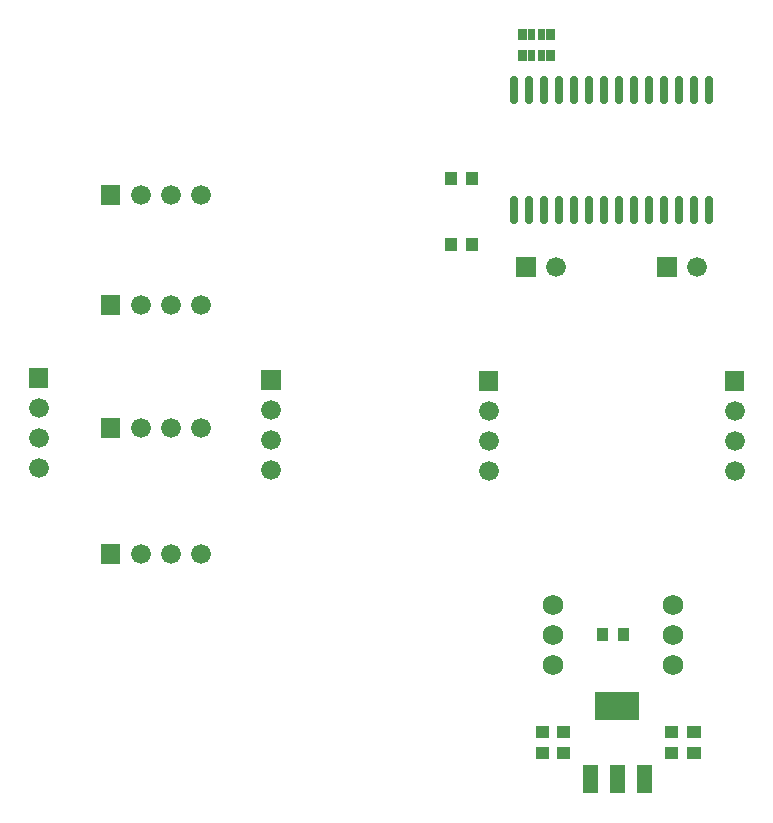
<source format=gbs>
G04 Layer: BottomSolderMaskLayer*
G04 EasyEDA v6.4.19.4, 2021-06-11T14:51:01+08:00*
G04 1c108e45da03483e8fe651057a321652,2444bf6f38dc4a26b464d521983d9d6f,10*
G04 Gerber Generator version 0.2*
G04 Scale: 100 percent, Rotated: No, Reflected: No *
G04 Dimensions in millimeters *
G04 leading zeros omitted , absolute positions ,4 integer and 5 decimal *
%FSLAX45Y45*%
%MOMM*%

%ADD38C,1.6764*%
%ADD43C,1.7272*%
%ADD47C,0.7016*%

%LPD*%
D47*
X6451600Y8172246D02*
G01*
X6451600Y8342246D01*
X6324600Y8172246D02*
G01*
X6324600Y8342246D01*
X6197600Y8172246D02*
G01*
X6197600Y8342246D01*
X6070600Y8172246D02*
G01*
X6070600Y8342246D01*
X5943600Y8172246D02*
G01*
X5943600Y8342246D01*
X5816600Y8172246D02*
G01*
X5816600Y8342246D01*
X5689600Y8172246D02*
G01*
X5689600Y8342246D01*
X5562600Y8172246D02*
G01*
X5562600Y8342246D01*
X5435600Y8172246D02*
G01*
X5435600Y8342246D01*
X5308600Y8172246D02*
G01*
X5308600Y8342246D01*
X5181600Y8172246D02*
G01*
X5181600Y8342246D01*
X5054600Y8172246D02*
G01*
X5054600Y8342246D01*
X4927600Y8172246D02*
G01*
X4927600Y8342246D01*
X4800600Y8172246D02*
G01*
X4800600Y8342246D01*
X6451600Y9183751D02*
G01*
X6451600Y9353753D01*
X6324600Y9183751D02*
G01*
X6324600Y9353753D01*
X6197600Y9183751D02*
G01*
X6197600Y9353753D01*
X6070600Y9183751D02*
G01*
X6070600Y9353753D01*
X5943600Y9183751D02*
G01*
X5943600Y9353753D01*
X5816600Y9183751D02*
G01*
X5816600Y9353753D01*
X5689600Y9183751D02*
G01*
X5689600Y9353753D01*
X5562600Y9183751D02*
G01*
X5562600Y9353753D01*
X5435600Y9183751D02*
G01*
X5435600Y9353753D01*
X5308600Y9183751D02*
G01*
X5308600Y9353753D01*
X5181600Y9183751D02*
G01*
X5181600Y9353753D01*
X5054600Y9183751D02*
G01*
X5054600Y9353753D01*
X4927600Y9183751D02*
G01*
X4927600Y9353753D01*
X4800600Y9183751D02*
G01*
X4800600Y9353753D01*
G36*
X5677661Y4605781D02*
G01*
X5677661Y4716018D01*
X5777738Y4716018D01*
X5777738Y4605781D01*
G37*
G36*
X5499861Y4605781D02*
G01*
X5499861Y4716018D01*
X5600191Y4716018D01*
X5600191Y4605781D01*
G37*
G36*
X6269481Y3785107D02*
G01*
X6269481Y3885437D01*
X6379718Y3885437D01*
X6379718Y3785107D01*
G37*
G36*
X6269481Y3607562D02*
G01*
X6269481Y3707892D01*
X6379718Y3707892D01*
X6379718Y3607562D01*
G37*
G36*
X6078981Y3785107D02*
G01*
X6078981Y3885437D01*
X6189218Y3885437D01*
X6189218Y3785107D01*
G37*
G36*
X6078981Y3607562D02*
G01*
X6078981Y3707892D01*
X6189218Y3707892D01*
X6189218Y3607562D01*
G37*
G36*
X5164581Y3785107D02*
G01*
X5164581Y3885437D01*
X5274818Y3885437D01*
X5274818Y3785107D01*
G37*
G36*
X5164581Y3607562D02*
G01*
X5164581Y3707892D01*
X5274818Y3707892D01*
X5274818Y3607562D01*
G37*
G36*
X4986781Y3785107D02*
G01*
X4986781Y3885437D01*
X5097018Y3885437D01*
X5097018Y3785107D01*
G37*
G36*
X4986781Y3607562D02*
G01*
X4986781Y3707892D01*
X5097018Y3707892D01*
X5097018Y3607562D01*
G37*
G36*
X4818379Y7688579D02*
G01*
X4818379Y7856220D01*
X4986020Y7856220D01*
X4986020Y7688579D01*
G37*
D38*
G01*
X5156200Y7772400D03*
G36*
X6012179Y7688579D02*
G01*
X6012179Y7856220D01*
X6179820Y7856220D01*
X6179820Y7688579D01*
G37*
G01*
X6350000Y7772400D03*
G36*
X4500879Y6723379D02*
G01*
X4500879Y6891020D01*
X4668520Y6891020D01*
X4668520Y6723379D01*
G37*
G01*
X4584700Y6553200D03*
G01*
X4584700Y6299200D03*
G01*
X4584700Y6045200D03*
G36*
X6583679Y6723379D02*
G01*
X6583679Y6891020D01*
X6751320Y6891020D01*
X6751320Y6723379D01*
G37*
G01*
X6667500Y6553200D03*
G01*
X6667500Y6299200D03*
G01*
X6667500Y6045200D03*
G36*
X4217161Y8466581D02*
G01*
X4217161Y8576818D01*
X4317491Y8576818D01*
X4317491Y8466581D01*
G37*
G36*
X4394708Y8466581D02*
G01*
X4394708Y8576818D01*
X4495038Y8576818D01*
X4495038Y8466581D01*
G37*
G36*
X4217161Y7907781D02*
G01*
X4217161Y8018018D01*
X4317491Y8018018D01*
X4317491Y7907781D01*
G37*
G36*
X4394708Y7907781D02*
G01*
X4394708Y8018018D01*
X4495038Y8018018D01*
X4495038Y7907781D01*
G37*
G36*
X4833620Y9696958D02*
G01*
X4833620Y9787128D01*
X4908804Y9787128D01*
X4908804Y9696958D01*
G37*
G36*
X4833620Y9516871D02*
G01*
X4833620Y9607042D01*
X4908804Y9607042D01*
X4908804Y9516871D01*
G37*
G36*
X4920995Y9696958D02*
G01*
X4920995Y9787128D01*
X4981193Y9787128D01*
X4981193Y9696958D01*
G37*
G36*
X4920995Y9516871D02*
G01*
X4920995Y9607042D01*
X4981193Y9607042D01*
X4981193Y9516871D01*
G37*
G36*
X5001006Y9696958D02*
G01*
X5001006Y9787128D01*
X5061204Y9787128D01*
X5061204Y9696958D01*
G37*
G36*
X5001006Y9516871D02*
G01*
X5001006Y9607042D01*
X5061204Y9607042D01*
X5061204Y9516871D01*
G37*
G36*
X5073395Y9696958D02*
G01*
X5073395Y9787128D01*
X5148579Y9787128D01*
X5148579Y9696958D01*
G37*
G36*
X5073395Y9516871D02*
G01*
X5073395Y9607042D01*
X5148579Y9607042D01*
X5148579Y9516871D01*
G37*
D43*
G01*
X6146800Y4914900D03*
G01*
X6146800Y4660900D03*
G01*
X6146800Y4406900D03*
G01*
X5130800Y4406900D03*
G01*
X5130800Y4660900D03*
G01*
X5130800Y4914900D03*
G36*
X5842000Y3318510D02*
G01*
X5842000Y3554729D01*
X5971540Y3554729D01*
X5971540Y3318510D01*
G37*
G36*
X5610859Y3318510D02*
G01*
X5610859Y3554729D01*
X5740400Y3554729D01*
X5740400Y3318510D01*
G37*
G36*
X5382259Y3318510D02*
G01*
X5382259Y3554729D01*
X5511800Y3554729D01*
X5511800Y3318510D01*
G37*
G36*
X5490209Y3938270D02*
G01*
X5490209Y4174489D01*
X5861050Y4174489D01*
X5861050Y3938270D01*
G37*
G36*
X690879Y6748779D02*
G01*
X690879Y6916420D01*
X858520Y6916420D01*
X858520Y6748779D01*
G37*
D38*
G01*
X774700Y6578600D03*
G01*
X774700Y6324600D03*
G01*
X774700Y6070600D03*
G36*
X2659379Y6736079D02*
G01*
X2659379Y6903720D01*
X2827020Y6903720D01*
X2827020Y6736079D01*
G37*
G01*
X2743200Y6565900D03*
G01*
X2743200Y6311900D03*
G01*
X2743200Y6057900D03*
G36*
X1300479Y5262879D02*
G01*
X1300479Y5430520D01*
X1468120Y5430520D01*
X1468120Y5262879D01*
G37*
G01*
X1638300Y5346700D03*
G01*
X1892300Y5346700D03*
G01*
X2146300Y5346700D03*
G36*
X1300479Y6329679D02*
G01*
X1300479Y6497320D01*
X1468120Y6497320D01*
X1468120Y6329679D01*
G37*
G01*
X1638300Y6413500D03*
G01*
X1892300Y6413500D03*
G01*
X2146300Y6413500D03*
G36*
X1300479Y7371079D02*
G01*
X1300479Y7538720D01*
X1468120Y7538720D01*
X1468120Y7371079D01*
G37*
G01*
X1638300Y7454900D03*
G01*
X1892300Y7454900D03*
G01*
X2146300Y7454900D03*
G36*
X1300479Y8298179D02*
G01*
X1300479Y8465820D01*
X1468120Y8465820D01*
X1468120Y8298179D01*
G37*
G01*
X1638300Y8382000D03*
G01*
X1892300Y8382000D03*
G01*
X2146300Y8382000D03*
M02*

</source>
